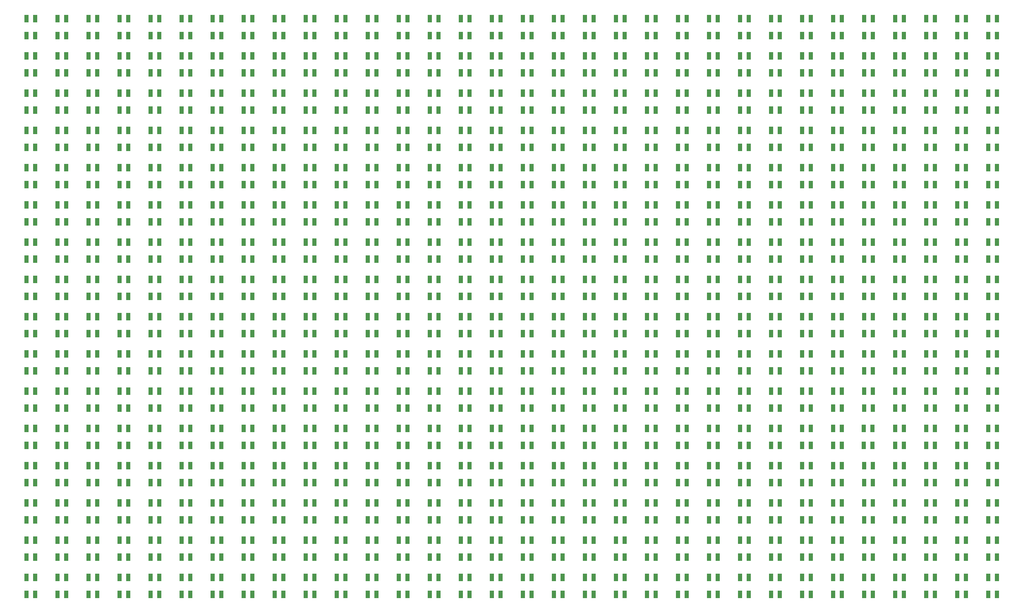
<source format=gbr>
G04 #@! TF.GenerationSoftware,KiCad,Pcbnew,(5.1.5-0-10_14)*
G04 #@! TF.CreationDate,2020-02-16T18:48:00-08:00*
G04 #@! TF.ProjectId,SpectrumAnayzerMini32,53706563-7472-4756-9d41-6e61797a6572,rev?*
G04 #@! TF.SameCoordinates,Original*
G04 #@! TF.FileFunction,Paste,Top*
G04 #@! TF.FilePolarity,Positive*
%FSLAX46Y46*%
G04 Gerber Fmt 4.6, Leading zero omitted, Abs format (unit mm)*
G04 Created by KiCad (PCBNEW (5.1.5-0-10_14)) date 2020-02-16 18:48:00*
%MOMM*%
%LPD*%
G04 APERTURE LIST*
%ADD10R,0.850000X1.600000*%
G04 APERTURE END LIST*
D10*
X235980000Y-148816000D03*
X237730000Y-148816000D03*
X235980000Y-145316000D03*
X237730000Y-145316000D03*
X235980000Y-141196000D03*
X237730000Y-141196000D03*
X235980000Y-137696000D03*
X237730000Y-137696000D03*
X235980000Y-133576000D03*
X237730000Y-133576000D03*
X235980000Y-130076000D03*
X237730000Y-130076000D03*
X235980000Y-125956000D03*
X237730000Y-125956000D03*
X235980000Y-122456000D03*
X237730000Y-122456000D03*
X235980000Y-118336000D03*
X237730000Y-118336000D03*
X235980000Y-114836000D03*
X237730000Y-114836000D03*
X235980000Y-110716000D03*
X237730000Y-110716000D03*
X235980000Y-107216000D03*
X237730000Y-107216000D03*
X235980000Y-103096000D03*
X237730000Y-103096000D03*
X235980000Y-99596000D03*
X237730000Y-99596000D03*
X235980000Y-95476000D03*
X237730000Y-95476000D03*
X235980000Y-91976000D03*
X237730000Y-91976000D03*
X235980000Y-87856000D03*
X237730000Y-87856000D03*
X235980000Y-84356000D03*
X237730000Y-84356000D03*
X235980000Y-80236000D03*
X237730000Y-80236000D03*
X235980000Y-76736000D03*
X237730000Y-76736000D03*
X235980000Y-72616000D03*
X237730000Y-72616000D03*
X235980000Y-69116000D03*
X237730000Y-69116000D03*
X235980000Y-64996000D03*
X237730000Y-64996000D03*
X235980000Y-61496000D03*
X237730000Y-61496000D03*
X235980000Y-57376000D03*
X237730000Y-57376000D03*
X235980000Y-53876000D03*
X237730000Y-53876000D03*
X235980000Y-49756000D03*
X237730000Y-49756000D03*
X235980000Y-46256000D03*
X237730000Y-46256000D03*
X235980000Y-42136000D03*
X237730000Y-42136000D03*
X235980000Y-38636000D03*
X237730000Y-38636000D03*
X235980000Y-34516000D03*
X237730000Y-34516000D03*
X235980000Y-31016000D03*
X237730000Y-31016000D03*
X229630000Y-148816000D03*
X231380000Y-148816000D03*
X229630000Y-145316000D03*
X231380000Y-145316000D03*
X229630000Y-141196000D03*
X231380000Y-141196000D03*
X229630000Y-137696000D03*
X231380000Y-137696000D03*
X229630000Y-133576000D03*
X231380000Y-133576000D03*
X229630000Y-130076000D03*
X231380000Y-130076000D03*
X229630000Y-125956000D03*
X231380000Y-125956000D03*
X229630000Y-122456000D03*
X231380000Y-122456000D03*
X229630000Y-118336000D03*
X231380000Y-118336000D03*
X229630000Y-114836000D03*
X231380000Y-114836000D03*
X229630000Y-110716000D03*
X231380000Y-110716000D03*
X229630000Y-107216000D03*
X231380000Y-107216000D03*
X229630000Y-103096000D03*
X231380000Y-103096000D03*
X229630000Y-99596000D03*
X231380000Y-99596000D03*
X229630000Y-95476000D03*
X231380000Y-95476000D03*
X229630000Y-91976000D03*
X231380000Y-91976000D03*
X229630000Y-87856000D03*
X231380000Y-87856000D03*
X229630000Y-84356000D03*
X231380000Y-84356000D03*
X229630000Y-80236000D03*
X231380000Y-80236000D03*
X229630000Y-76736000D03*
X231380000Y-76736000D03*
X229630000Y-72616000D03*
X231380000Y-72616000D03*
X229630000Y-69116000D03*
X231380000Y-69116000D03*
X229630000Y-64996000D03*
X231380000Y-64996000D03*
X229630000Y-61496000D03*
X231380000Y-61496000D03*
X229630000Y-57376000D03*
X231380000Y-57376000D03*
X229630000Y-53876000D03*
X231380000Y-53876000D03*
X229630000Y-49756000D03*
X231380000Y-49756000D03*
X229630000Y-46256000D03*
X231380000Y-46256000D03*
X229630000Y-42136000D03*
X231380000Y-42136000D03*
X229630000Y-38636000D03*
X231380000Y-38636000D03*
X229630000Y-34516000D03*
X231380000Y-34516000D03*
X229630000Y-31016000D03*
X231380000Y-31016000D03*
X223280000Y-148816000D03*
X225030000Y-148816000D03*
X223280000Y-145316000D03*
X225030000Y-145316000D03*
X223280000Y-141196000D03*
X225030000Y-141196000D03*
X223280000Y-137696000D03*
X225030000Y-137696000D03*
X223280000Y-133576000D03*
X225030000Y-133576000D03*
X223280000Y-130076000D03*
X225030000Y-130076000D03*
X223280000Y-125956000D03*
X225030000Y-125956000D03*
X223280000Y-122456000D03*
X225030000Y-122456000D03*
X223280000Y-118336000D03*
X225030000Y-118336000D03*
X223280000Y-114836000D03*
X225030000Y-114836000D03*
X223280000Y-110716000D03*
X225030000Y-110716000D03*
X223280000Y-107216000D03*
X225030000Y-107216000D03*
X223280000Y-103096000D03*
X225030000Y-103096000D03*
X223280000Y-99596000D03*
X225030000Y-99596000D03*
X223280000Y-95476000D03*
X225030000Y-95476000D03*
X223280000Y-91976000D03*
X225030000Y-91976000D03*
X223280000Y-87856000D03*
X225030000Y-87856000D03*
X223280000Y-84356000D03*
X225030000Y-84356000D03*
X223280000Y-80236000D03*
X225030000Y-80236000D03*
X223280000Y-76736000D03*
X225030000Y-76736000D03*
X223280000Y-72616000D03*
X225030000Y-72616000D03*
X223280000Y-69116000D03*
X225030000Y-69116000D03*
X223280000Y-64996000D03*
X225030000Y-64996000D03*
X223280000Y-61496000D03*
X225030000Y-61496000D03*
X223280000Y-57376000D03*
X225030000Y-57376000D03*
X223280000Y-53876000D03*
X225030000Y-53876000D03*
X223280000Y-49756000D03*
X225030000Y-49756000D03*
X223280000Y-46256000D03*
X225030000Y-46256000D03*
X223280000Y-42136000D03*
X225030000Y-42136000D03*
X223280000Y-38636000D03*
X225030000Y-38636000D03*
X223280000Y-34516000D03*
X225030000Y-34516000D03*
X223280000Y-31016000D03*
X225030000Y-31016000D03*
X216930000Y-148816000D03*
X218680000Y-148816000D03*
X216930000Y-145316000D03*
X218680000Y-145316000D03*
X216930000Y-141196000D03*
X218680000Y-141196000D03*
X216930000Y-137696000D03*
X218680000Y-137696000D03*
X216930000Y-133576000D03*
X218680000Y-133576000D03*
X216930000Y-130076000D03*
X218680000Y-130076000D03*
X216930000Y-125956000D03*
X218680000Y-125956000D03*
X216930000Y-122456000D03*
X218680000Y-122456000D03*
X216930000Y-118336000D03*
X218680000Y-118336000D03*
X216930000Y-114836000D03*
X218680000Y-114836000D03*
X216930000Y-110716000D03*
X218680000Y-110716000D03*
X216930000Y-107216000D03*
X218680000Y-107216000D03*
X216930000Y-103096000D03*
X218680000Y-103096000D03*
X216930000Y-99596000D03*
X218680000Y-99596000D03*
X216930000Y-95476000D03*
X218680000Y-95476000D03*
X216930000Y-91976000D03*
X218680000Y-91976000D03*
X216930000Y-87856000D03*
X218680000Y-87856000D03*
X216930000Y-84356000D03*
X218680000Y-84356000D03*
X216930000Y-80236000D03*
X218680000Y-80236000D03*
X216930000Y-76736000D03*
X218680000Y-76736000D03*
X216930000Y-72616000D03*
X218680000Y-72616000D03*
X216930000Y-69116000D03*
X218680000Y-69116000D03*
X216930000Y-64996000D03*
X218680000Y-64996000D03*
X216930000Y-61496000D03*
X218680000Y-61496000D03*
X216930000Y-57376000D03*
X218680000Y-57376000D03*
X216930000Y-53876000D03*
X218680000Y-53876000D03*
X216930000Y-49756000D03*
X218680000Y-49756000D03*
X216930000Y-46256000D03*
X218680000Y-46256000D03*
X216930000Y-42136000D03*
X218680000Y-42136000D03*
X216930000Y-38636000D03*
X218680000Y-38636000D03*
X216930000Y-34516000D03*
X218680000Y-34516000D03*
X216930000Y-31016000D03*
X218680000Y-31016000D03*
X210580000Y-148816000D03*
X212330000Y-148816000D03*
X210580000Y-145316000D03*
X212330000Y-145316000D03*
X210580000Y-141196000D03*
X212330000Y-141196000D03*
X210580000Y-137696000D03*
X212330000Y-137696000D03*
X210580000Y-133576000D03*
X212330000Y-133576000D03*
X210580000Y-130076000D03*
X212330000Y-130076000D03*
X210580000Y-125956000D03*
X212330000Y-125956000D03*
X210580000Y-122456000D03*
X212330000Y-122456000D03*
X210520000Y-118336000D03*
X212270000Y-118336000D03*
X210520000Y-114836000D03*
X212270000Y-114836000D03*
X210580000Y-110716000D03*
X212330000Y-110716000D03*
X210580000Y-107216000D03*
X212330000Y-107216000D03*
X210580000Y-103096000D03*
X212330000Y-103096000D03*
X210580000Y-99596000D03*
X212330000Y-99596000D03*
X210580000Y-95476000D03*
X212330000Y-95476000D03*
X210580000Y-91976000D03*
X212330000Y-91976000D03*
X210580000Y-87856000D03*
X212330000Y-87856000D03*
X210580000Y-84356000D03*
X212330000Y-84356000D03*
X210580000Y-80236000D03*
X212330000Y-80236000D03*
X210580000Y-76736000D03*
X212330000Y-76736000D03*
X210580000Y-72616000D03*
X212330000Y-72616000D03*
X210580000Y-69116000D03*
X212330000Y-69116000D03*
X210580000Y-64996000D03*
X212330000Y-64996000D03*
X210580000Y-61496000D03*
X212330000Y-61496000D03*
X210580000Y-57376000D03*
X212330000Y-57376000D03*
X210580000Y-53876000D03*
X212330000Y-53876000D03*
X210580000Y-49756000D03*
X212330000Y-49756000D03*
X210580000Y-46256000D03*
X212330000Y-46256000D03*
X210580000Y-42136000D03*
X212330000Y-42136000D03*
X210580000Y-38636000D03*
X212330000Y-38636000D03*
X210580000Y-34516000D03*
X212330000Y-34516000D03*
X210580000Y-31016000D03*
X212330000Y-31016000D03*
X204230000Y-148816000D03*
X205980000Y-148816000D03*
X204230000Y-145316000D03*
X205980000Y-145316000D03*
X204230000Y-141196000D03*
X205980000Y-141196000D03*
X204230000Y-137696000D03*
X205980000Y-137696000D03*
X204230000Y-133576000D03*
X205980000Y-133576000D03*
X204230000Y-130076000D03*
X205980000Y-130076000D03*
X204230000Y-125956000D03*
X205980000Y-125956000D03*
X204230000Y-122456000D03*
X205980000Y-122456000D03*
X204230000Y-118336000D03*
X205980000Y-118336000D03*
X204230000Y-114836000D03*
X205980000Y-114836000D03*
X204230000Y-110716000D03*
X205980000Y-110716000D03*
X204230000Y-107216000D03*
X205980000Y-107216000D03*
X204230000Y-103096000D03*
X205980000Y-103096000D03*
X204230000Y-99596000D03*
X205980000Y-99596000D03*
X204230000Y-95476000D03*
X205980000Y-95476000D03*
X204230000Y-91976000D03*
X205980000Y-91976000D03*
X204230000Y-87856000D03*
X205980000Y-87856000D03*
X204230000Y-84356000D03*
X205980000Y-84356000D03*
X204230000Y-80236000D03*
X205980000Y-80236000D03*
X204230000Y-76736000D03*
X205980000Y-76736000D03*
X204230000Y-72616000D03*
X205980000Y-72616000D03*
X204230000Y-69116000D03*
X205980000Y-69116000D03*
X204230000Y-64996000D03*
X205980000Y-64996000D03*
X204230000Y-61496000D03*
X205980000Y-61496000D03*
X204230000Y-57376000D03*
X205980000Y-57376000D03*
X204230000Y-53876000D03*
X205980000Y-53876000D03*
X204230000Y-49756000D03*
X205980000Y-49756000D03*
X204230000Y-46256000D03*
X205980000Y-46256000D03*
X204230000Y-42136000D03*
X205980000Y-42136000D03*
X204230000Y-38636000D03*
X205980000Y-38636000D03*
X204230000Y-34516000D03*
X205980000Y-34516000D03*
X204230000Y-31016000D03*
X205980000Y-31016000D03*
X197880000Y-148816000D03*
X199630000Y-148816000D03*
X197880000Y-145316000D03*
X199630000Y-145316000D03*
X197880000Y-141196000D03*
X199630000Y-141196000D03*
X197880000Y-137696000D03*
X199630000Y-137696000D03*
X197880000Y-133576000D03*
X199630000Y-133576000D03*
X197880000Y-130076000D03*
X199630000Y-130076000D03*
X197880000Y-125956000D03*
X199630000Y-125956000D03*
X197880000Y-122456000D03*
X199630000Y-122456000D03*
X197880000Y-118336000D03*
X199630000Y-118336000D03*
X197880000Y-114836000D03*
X199630000Y-114836000D03*
X197880000Y-110716000D03*
X199630000Y-110716000D03*
X197880000Y-107216000D03*
X199630000Y-107216000D03*
X197880000Y-103096000D03*
X199630000Y-103096000D03*
X197880000Y-99596000D03*
X199630000Y-99596000D03*
X197880000Y-95476000D03*
X199630000Y-95476000D03*
X197880000Y-91976000D03*
X199630000Y-91976000D03*
X197880000Y-87856000D03*
X199630000Y-87856000D03*
X197880000Y-84356000D03*
X199630000Y-84356000D03*
X197880000Y-80236000D03*
X199630000Y-80236000D03*
X197880000Y-76736000D03*
X199630000Y-76736000D03*
X197880000Y-72616000D03*
X199630000Y-72616000D03*
X197880000Y-69116000D03*
X199630000Y-69116000D03*
X197880000Y-64996000D03*
X199630000Y-64996000D03*
X197880000Y-61496000D03*
X199630000Y-61496000D03*
X197880000Y-57376000D03*
X199630000Y-57376000D03*
X197880000Y-53876000D03*
X199630000Y-53876000D03*
X197880000Y-49756000D03*
X199630000Y-49756000D03*
X197880000Y-46256000D03*
X199630000Y-46256000D03*
X197880000Y-42136000D03*
X199630000Y-42136000D03*
X197880000Y-38636000D03*
X199630000Y-38636000D03*
X197880000Y-34516000D03*
X199630000Y-34516000D03*
X197880000Y-31016000D03*
X199630000Y-31016000D03*
X191530000Y-148816000D03*
X193280000Y-148816000D03*
X191530000Y-145316000D03*
X193280000Y-145316000D03*
X191530000Y-141196000D03*
X193280000Y-141196000D03*
X191530000Y-137696000D03*
X193280000Y-137696000D03*
X191530000Y-133576000D03*
X193280000Y-133576000D03*
X191530000Y-130076000D03*
X193280000Y-130076000D03*
X191530000Y-125956000D03*
X193280000Y-125956000D03*
X191530000Y-122456000D03*
X193280000Y-122456000D03*
X191530000Y-118336000D03*
X193280000Y-118336000D03*
X191530000Y-114836000D03*
X193280000Y-114836000D03*
X191530000Y-110716000D03*
X193280000Y-110716000D03*
X191530000Y-107216000D03*
X193280000Y-107216000D03*
X191530000Y-103096000D03*
X193280000Y-103096000D03*
X191530000Y-99596000D03*
X193280000Y-99596000D03*
X191530000Y-95476000D03*
X193280000Y-95476000D03*
X191530000Y-91976000D03*
X193280000Y-91976000D03*
X191530000Y-87856000D03*
X193280000Y-87856000D03*
X191530000Y-84356000D03*
X193280000Y-84356000D03*
X191530000Y-80236000D03*
X193280000Y-80236000D03*
X191530000Y-76736000D03*
X193280000Y-76736000D03*
X191530000Y-72616000D03*
X193280000Y-72616000D03*
X191530000Y-69116000D03*
X193280000Y-69116000D03*
X191530000Y-64996000D03*
X193280000Y-64996000D03*
X191530000Y-61496000D03*
X193280000Y-61496000D03*
X191530000Y-57376000D03*
X193280000Y-57376000D03*
X191530000Y-53876000D03*
X193280000Y-53876000D03*
X191530000Y-49756000D03*
X193280000Y-49756000D03*
X191530000Y-46256000D03*
X193280000Y-46256000D03*
X191530000Y-42136000D03*
X193280000Y-42136000D03*
X191530000Y-38636000D03*
X193280000Y-38636000D03*
X191530000Y-34516000D03*
X193280000Y-34516000D03*
X191530000Y-31016000D03*
X193280000Y-31016000D03*
X185180000Y-148816000D03*
X186930000Y-148816000D03*
X185180000Y-145316000D03*
X186930000Y-145316000D03*
X185180000Y-141196000D03*
X186930000Y-141196000D03*
X185180000Y-137696000D03*
X186930000Y-137696000D03*
X185180000Y-133576000D03*
X186930000Y-133576000D03*
X185180000Y-130076000D03*
X186930000Y-130076000D03*
X185180000Y-125956000D03*
X186930000Y-125956000D03*
X185180000Y-122456000D03*
X186930000Y-122456000D03*
X185180000Y-118336000D03*
X186930000Y-118336000D03*
X185180000Y-114836000D03*
X186930000Y-114836000D03*
X185180000Y-110716000D03*
X186930000Y-110716000D03*
X185180000Y-107216000D03*
X186930000Y-107216000D03*
X185180000Y-103096000D03*
X186930000Y-103096000D03*
X185180000Y-99596000D03*
X186930000Y-99596000D03*
X185180000Y-95476000D03*
X186930000Y-95476000D03*
X185180000Y-91976000D03*
X186930000Y-91976000D03*
X185180000Y-87856000D03*
X186930000Y-87856000D03*
X185180000Y-84356000D03*
X186930000Y-84356000D03*
X185180000Y-80236000D03*
X186930000Y-80236000D03*
X185180000Y-76736000D03*
X186930000Y-76736000D03*
X185180000Y-72616000D03*
X186930000Y-72616000D03*
X185180000Y-69116000D03*
X186930000Y-69116000D03*
X185180000Y-64996000D03*
X186930000Y-64996000D03*
X185180000Y-61496000D03*
X186930000Y-61496000D03*
X185180000Y-57376000D03*
X186930000Y-57376000D03*
X185180000Y-53876000D03*
X186930000Y-53876000D03*
X185180000Y-49756000D03*
X186930000Y-49756000D03*
X185180000Y-46256000D03*
X186930000Y-46256000D03*
X185180000Y-42136000D03*
X186930000Y-42136000D03*
X185180000Y-38636000D03*
X186930000Y-38636000D03*
X185180000Y-34516000D03*
X186930000Y-34516000D03*
X185180000Y-31016000D03*
X186930000Y-31016000D03*
X178830000Y-148816000D03*
X180580000Y-148816000D03*
X178830000Y-145316000D03*
X180580000Y-145316000D03*
X178830000Y-141196000D03*
X180580000Y-141196000D03*
X178830000Y-137696000D03*
X180580000Y-137696000D03*
X178830000Y-133576000D03*
X180580000Y-133576000D03*
X178830000Y-130076000D03*
X180580000Y-130076000D03*
X178830000Y-125956000D03*
X180580000Y-125956000D03*
X178830000Y-122456000D03*
X180580000Y-122456000D03*
X178830000Y-118336000D03*
X180580000Y-118336000D03*
X178830000Y-114836000D03*
X180580000Y-114836000D03*
X178830000Y-110716000D03*
X180580000Y-110716000D03*
X178830000Y-107216000D03*
X180580000Y-107216000D03*
X178830000Y-103096000D03*
X180580000Y-103096000D03*
X178830000Y-99596000D03*
X180580000Y-99596000D03*
X178830000Y-95476000D03*
X180580000Y-95476000D03*
X178830000Y-91976000D03*
X180580000Y-91976000D03*
X178830000Y-87856000D03*
X180580000Y-87856000D03*
X178830000Y-84356000D03*
X180580000Y-84356000D03*
X178830000Y-80236000D03*
X180580000Y-80236000D03*
X178830000Y-76736000D03*
X180580000Y-76736000D03*
X178830000Y-72616000D03*
X180580000Y-72616000D03*
X178830000Y-69116000D03*
X180580000Y-69116000D03*
X178830000Y-64996000D03*
X180580000Y-64996000D03*
X178830000Y-61496000D03*
X180580000Y-61496000D03*
X178830000Y-57376000D03*
X180580000Y-57376000D03*
X178830000Y-53876000D03*
X180580000Y-53876000D03*
X178830000Y-49756000D03*
X180580000Y-49756000D03*
X178830000Y-46256000D03*
X180580000Y-46256000D03*
X178830000Y-42136000D03*
X180580000Y-42136000D03*
X178830000Y-38636000D03*
X180580000Y-38636000D03*
X178830000Y-34516000D03*
X180580000Y-34516000D03*
X178830000Y-31016000D03*
X180580000Y-31016000D03*
X172480000Y-148816000D03*
X174230000Y-148816000D03*
X172480000Y-145316000D03*
X174230000Y-145316000D03*
X172480000Y-141196000D03*
X174230000Y-141196000D03*
X172480000Y-137696000D03*
X174230000Y-137696000D03*
X172480000Y-133576000D03*
X174230000Y-133576000D03*
X172480000Y-130076000D03*
X174230000Y-130076000D03*
X172480000Y-125956000D03*
X174230000Y-125956000D03*
X172480000Y-122456000D03*
X174230000Y-122456000D03*
X172480000Y-118336000D03*
X174230000Y-118336000D03*
X172480000Y-114836000D03*
X174230000Y-114836000D03*
X172480000Y-110716000D03*
X174230000Y-110716000D03*
X172480000Y-107216000D03*
X174230000Y-107216000D03*
X172480000Y-103096000D03*
X174230000Y-103096000D03*
X172480000Y-99596000D03*
X174230000Y-99596000D03*
X172480000Y-95476000D03*
X174230000Y-95476000D03*
X172480000Y-91976000D03*
X174230000Y-91976000D03*
X172480000Y-87856000D03*
X174230000Y-87856000D03*
X172480000Y-84356000D03*
X174230000Y-84356000D03*
X172480000Y-80236000D03*
X174230000Y-80236000D03*
X172480000Y-76736000D03*
X174230000Y-76736000D03*
X172480000Y-72616000D03*
X174230000Y-72616000D03*
X172480000Y-69116000D03*
X174230000Y-69116000D03*
X172480000Y-64996000D03*
X174230000Y-64996000D03*
X172480000Y-61496000D03*
X174230000Y-61496000D03*
X172480000Y-57376000D03*
X174230000Y-57376000D03*
X172480000Y-53876000D03*
X174230000Y-53876000D03*
X172480000Y-49756000D03*
X174230000Y-49756000D03*
X172480000Y-46256000D03*
X174230000Y-46256000D03*
X172480000Y-42136000D03*
X174230000Y-42136000D03*
X172480000Y-38636000D03*
X174230000Y-38636000D03*
X172480000Y-34516000D03*
X174230000Y-34516000D03*
X172480000Y-31016000D03*
X174230000Y-31016000D03*
X166130000Y-148816000D03*
X167880000Y-148816000D03*
X166130000Y-145316000D03*
X167880000Y-145316000D03*
X166130000Y-141196000D03*
X167880000Y-141196000D03*
X166130000Y-137696000D03*
X167880000Y-137696000D03*
X166130000Y-133576000D03*
X167880000Y-133576000D03*
X166130000Y-130076000D03*
X167880000Y-130076000D03*
X166130000Y-125956000D03*
X167880000Y-125956000D03*
X166130000Y-122456000D03*
X167880000Y-122456000D03*
X166130000Y-118336000D03*
X167880000Y-118336000D03*
X166130000Y-114836000D03*
X167880000Y-114836000D03*
X166130000Y-110716000D03*
X167880000Y-110716000D03*
X166130000Y-107216000D03*
X167880000Y-107216000D03*
X166130000Y-103096000D03*
X167880000Y-103096000D03*
X166130000Y-99596000D03*
X167880000Y-99596000D03*
X166130000Y-95476000D03*
X167880000Y-95476000D03*
X166130000Y-91976000D03*
X167880000Y-91976000D03*
X166130000Y-87856000D03*
X167880000Y-87856000D03*
X166130000Y-84356000D03*
X167880000Y-84356000D03*
X166130000Y-80236000D03*
X167880000Y-80236000D03*
X166130000Y-76736000D03*
X167880000Y-76736000D03*
X166130000Y-72616000D03*
X167880000Y-72616000D03*
X166130000Y-69116000D03*
X167880000Y-69116000D03*
X166130000Y-64996000D03*
X167880000Y-64996000D03*
X166130000Y-61496000D03*
X167880000Y-61496000D03*
X166130000Y-57376000D03*
X167880000Y-57376000D03*
X166130000Y-53876000D03*
X167880000Y-53876000D03*
X166130000Y-49756000D03*
X167880000Y-49756000D03*
X166130000Y-46256000D03*
X167880000Y-46256000D03*
X166130000Y-42136000D03*
X167880000Y-42136000D03*
X166130000Y-38636000D03*
X167880000Y-38636000D03*
X166130000Y-34516000D03*
X167880000Y-34516000D03*
X166130000Y-31016000D03*
X167880000Y-31016000D03*
X159780000Y-148816000D03*
X161530000Y-148816000D03*
X159780000Y-145316000D03*
X161530000Y-145316000D03*
X159780000Y-141196000D03*
X161530000Y-141196000D03*
X159780000Y-137696000D03*
X161530000Y-137696000D03*
X159780000Y-133576000D03*
X161530000Y-133576000D03*
X159780000Y-130076000D03*
X161530000Y-130076000D03*
X159780000Y-125956000D03*
X161530000Y-125956000D03*
X159780000Y-122456000D03*
X161530000Y-122456000D03*
X159780000Y-118336000D03*
X161530000Y-118336000D03*
X159780000Y-114836000D03*
X161530000Y-114836000D03*
X159780000Y-110716000D03*
X161530000Y-110716000D03*
X159780000Y-107216000D03*
X161530000Y-107216000D03*
X159780000Y-103096000D03*
X161530000Y-103096000D03*
X159780000Y-99596000D03*
X161530000Y-99596000D03*
X159780000Y-95476000D03*
X161530000Y-95476000D03*
X159780000Y-91976000D03*
X161530000Y-91976000D03*
X159780000Y-87856000D03*
X161530000Y-87856000D03*
X159780000Y-84356000D03*
X161530000Y-84356000D03*
X159780000Y-80236000D03*
X161530000Y-80236000D03*
X159780000Y-76736000D03*
X161530000Y-76736000D03*
X159780000Y-72616000D03*
X161530000Y-72616000D03*
X159780000Y-69116000D03*
X161530000Y-69116000D03*
X159780000Y-64996000D03*
X161530000Y-64996000D03*
X159780000Y-61496000D03*
X161530000Y-61496000D03*
X159780000Y-57376000D03*
X161530000Y-57376000D03*
X159780000Y-53876000D03*
X161530000Y-53876000D03*
X159780000Y-49756000D03*
X161530000Y-49756000D03*
X159780000Y-46256000D03*
X161530000Y-46256000D03*
X159780000Y-42136000D03*
X161530000Y-42136000D03*
X159780000Y-38636000D03*
X161530000Y-38636000D03*
X159780000Y-34516000D03*
X161530000Y-34516000D03*
X159780000Y-31016000D03*
X161530000Y-31016000D03*
X153430000Y-148816000D03*
X155180000Y-148816000D03*
X153430000Y-145316000D03*
X155180000Y-145316000D03*
X153430000Y-141196000D03*
X155180000Y-141196000D03*
X153430000Y-137696000D03*
X155180000Y-137696000D03*
X153430000Y-133576000D03*
X155180000Y-133576000D03*
X153430000Y-130076000D03*
X155180000Y-130076000D03*
X153430000Y-125956000D03*
X155180000Y-125956000D03*
X153430000Y-122456000D03*
X155180000Y-122456000D03*
X153430000Y-118336000D03*
X155180000Y-118336000D03*
X153430000Y-114836000D03*
X155180000Y-114836000D03*
X153430000Y-110716000D03*
X155180000Y-110716000D03*
X153430000Y-107216000D03*
X155180000Y-107216000D03*
X153430000Y-103096000D03*
X155180000Y-103096000D03*
X153430000Y-99596000D03*
X155180000Y-99596000D03*
X153430000Y-95476000D03*
X155180000Y-95476000D03*
X153430000Y-91976000D03*
X155180000Y-91976000D03*
X153430000Y-87856000D03*
X155180000Y-87856000D03*
X153430000Y-84356000D03*
X155180000Y-84356000D03*
X153430000Y-80236000D03*
X155180000Y-80236000D03*
X153430000Y-76736000D03*
X155180000Y-76736000D03*
X153430000Y-72616000D03*
X155180000Y-72616000D03*
X153430000Y-69116000D03*
X155180000Y-69116000D03*
X153430000Y-64996000D03*
X155180000Y-64996000D03*
X153430000Y-61496000D03*
X155180000Y-61496000D03*
X153430000Y-57376000D03*
X155180000Y-57376000D03*
X153430000Y-53876000D03*
X155180000Y-53876000D03*
X153430000Y-49756000D03*
X155180000Y-49756000D03*
X153430000Y-46256000D03*
X155180000Y-46256000D03*
X153430000Y-42136000D03*
X155180000Y-42136000D03*
X153430000Y-38636000D03*
X155180000Y-38636000D03*
X153430000Y-34516000D03*
X155180000Y-34516000D03*
X153430000Y-31016000D03*
X155180000Y-31016000D03*
X147080000Y-148816000D03*
X148830000Y-148816000D03*
X147080000Y-145316000D03*
X148830000Y-145316000D03*
X147080000Y-141196000D03*
X148830000Y-141196000D03*
X147080000Y-137696000D03*
X148830000Y-137696000D03*
X147080000Y-133576000D03*
X148830000Y-133576000D03*
X147080000Y-130076000D03*
X148830000Y-130076000D03*
X147080000Y-125956000D03*
X148830000Y-125956000D03*
X147080000Y-122456000D03*
X148830000Y-122456000D03*
X147080000Y-118336000D03*
X148830000Y-118336000D03*
X147080000Y-114836000D03*
X148830000Y-114836000D03*
X147080000Y-110716000D03*
X148830000Y-110716000D03*
X147080000Y-107216000D03*
X148830000Y-107216000D03*
X147080000Y-103096000D03*
X148830000Y-103096000D03*
X147080000Y-99596000D03*
X148830000Y-99596000D03*
X147080000Y-95476000D03*
X148830000Y-95476000D03*
X147080000Y-91976000D03*
X148830000Y-91976000D03*
X147080000Y-87856000D03*
X148830000Y-87856000D03*
X147080000Y-84356000D03*
X148830000Y-84356000D03*
X147080000Y-80236000D03*
X148830000Y-80236000D03*
X147080000Y-76736000D03*
X148830000Y-76736000D03*
X147080000Y-72616000D03*
X148830000Y-72616000D03*
X147080000Y-69116000D03*
X148830000Y-69116000D03*
X147080000Y-64996000D03*
X148830000Y-64996000D03*
X147080000Y-61496000D03*
X148830000Y-61496000D03*
X147080000Y-57376000D03*
X148830000Y-57376000D03*
X147080000Y-53876000D03*
X148830000Y-53876000D03*
X147080000Y-49756000D03*
X148830000Y-49756000D03*
X147080000Y-46256000D03*
X148830000Y-46256000D03*
X147080000Y-42136000D03*
X148830000Y-42136000D03*
X147080000Y-38636000D03*
X148830000Y-38636000D03*
X147080000Y-34516000D03*
X148830000Y-34516000D03*
X147080000Y-31016000D03*
X148830000Y-31016000D03*
X140730000Y-148816000D03*
X142480000Y-148816000D03*
X140730000Y-145316000D03*
X142480000Y-145316000D03*
X140730000Y-141196000D03*
X142480000Y-141196000D03*
X140730000Y-137696000D03*
X142480000Y-137696000D03*
X140730000Y-133576000D03*
X142480000Y-133576000D03*
X140730000Y-130076000D03*
X142480000Y-130076000D03*
X140730000Y-125956000D03*
X142480000Y-125956000D03*
X140730000Y-122456000D03*
X142480000Y-122456000D03*
X140730000Y-118336000D03*
X142480000Y-118336000D03*
X140730000Y-114836000D03*
X142480000Y-114836000D03*
X140730000Y-110716000D03*
X142480000Y-110716000D03*
X140730000Y-107216000D03*
X142480000Y-107216000D03*
X140730000Y-103096000D03*
X142480000Y-103096000D03*
X140730000Y-99596000D03*
X142480000Y-99596000D03*
X140730000Y-95476000D03*
X142480000Y-95476000D03*
X140730000Y-91976000D03*
X142480000Y-91976000D03*
X140730000Y-87856000D03*
X142480000Y-87856000D03*
X140730000Y-84356000D03*
X142480000Y-84356000D03*
X140730000Y-80236000D03*
X142480000Y-80236000D03*
X140730000Y-76736000D03*
X142480000Y-76736000D03*
X140730000Y-72616000D03*
X142480000Y-72616000D03*
X140730000Y-69116000D03*
X142480000Y-69116000D03*
X140730000Y-64996000D03*
X142480000Y-64996000D03*
X140730000Y-61496000D03*
X142480000Y-61496000D03*
X140730000Y-57376000D03*
X142480000Y-57376000D03*
X140730000Y-53876000D03*
X142480000Y-53876000D03*
X140730000Y-49756000D03*
X142480000Y-49756000D03*
X140730000Y-46256000D03*
X142480000Y-46256000D03*
X140730000Y-42136000D03*
X142480000Y-42136000D03*
X140730000Y-38636000D03*
X142480000Y-38636000D03*
X140730000Y-34516000D03*
X142480000Y-34516000D03*
X140730000Y-31016000D03*
X142480000Y-31016000D03*
X134380000Y-148816000D03*
X136130000Y-148816000D03*
X134380000Y-145316000D03*
X136130000Y-145316000D03*
X134380000Y-141196000D03*
X136130000Y-141196000D03*
X134380000Y-137696000D03*
X136130000Y-137696000D03*
X134380000Y-133576000D03*
X136130000Y-133576000D03*
X134380000Y-130076000D03*
X136130000Y-130076000D03*
X134380000Y-125956000D03*
X136130000Y-125956000D03*
X134380000Y-122456000D03*
X136130000Y-122456000D03*
X134380000Y-118336000D03*
X136130000Y-118336000D03*
X134380000Y-114836000D03*
X136130000Y-114836000D03*
X134380000Y-110716000D03*
X136130000Y-110716000D03*
X134380000Y-107216000D03*
X136130000Y-107216000D03*
X134380000Y-103096000D03*
X136130000Y-103096000D03*
X134380000Y-99596000D03*
X136130000Y-99596000D03*
X134380000Y-95476000D03*
X136130000Y-95476000D03*
X134380000Y-91976000D03*
X136130000Y-91976000D03*
X134380000Y-87856000D03*
X136130000Y-87856000D03*
X134380000Y-84356000D03*
X136130000Y-84356000D03*
X134380000Y-80236000D03*
X136130000Y-80236000D03*
X134380000Y-76736000D03*
X136130000Y-76736000D03*
X134380000Y-72616000D03*
X136130000Y-72616000D03*
X134380000Y-69116000D03*
X136130000Y-69116000D03*
X134380000Y-64996000D03*
X136130000Y-64996000D03*
X134380000Y-61496000D03*
X136130000Y-61496000D03*
X134380000Y-57376000D03*
X136130000Y-57376000D03*
X134380000Y-53876000D03*
X136130000Y-53876000D03*
X134380000Y-49756000D03*
X136130000Y-49756000D03*
X134380000Y-46256000D03*
X136130000Y-46256000D03*
X134380000Y-42136000D03*
X136130000Y-42136000D03*
X134380000Y-38636000D03*
X136130000Y-38636000D03*
X134380000Y-34516000D03*
X136130000Y-34516000D03*
X134380000Y-31016000D03*
X136130000Y-31016000D03*
X128030000Y-148816000D03*
X129780000Y-148816000D03*
X128030000Y-145316000D03*
X129780000Y-145316000D03*
X128030000Y-141196000D03*
X129780000Y-141196000D03*
X128030000Y-137696000D03*
X129780000Y-137696000D03*
X128030000Y-133576000D03*
X129780000Y-133576000D03*
X128030000Y-130076000D03*
X129780000Y-130076000D03*
X128030000Y-125956000D03*
X129780000Y-125956000D03*
X128030000Y-122456000D03*
X129780000Y-122456000D03*
X128030000Y-118336000D03*
X129780000Y-118336000D03*
X128030000Y-114836000D03*
X129780000Y-114836000D03*
X128030000Y-110716000D03*
X129780000Y-110716000D03*
X128030000Y-107216000D03*
X129780000Y-107216000D03*
X128030000Y-103096000D03*
X129780000Y-103096000D03*
X128030000Y-99596000D03*
X129780000Y-99596000D03*
X128030000Y-95476000D03*
X129780000Y-95476000D03*
X128030000Y-91976000D03*
X129780000Y-91976000D03*
X128030000Y-87856000D03*
X129780000Y-87856000D03*
X128030000Y-84356000D03*
X129780000Y-84356000D03*
X128030000Y-80236000D03*
X129780000Y-80236000D03*
X128030000Y-76736000D03*
X129780000Y-76736000D03*
X128030000Y-72616000D03*
X129780000Y-72616000D03*
X128030000Y-69116000D03*
X129780000Y-69116000D03*
X128030000Y-64996000D03*
X129780000Y-64996000D03*
X128030000Y-61496000D03*
X129780000Y-61496000D03*
X128030000Y-57376000D03*
X129780000Y-57376000D03*
X128030000Y-53876000D03*
X129780000Y-53876000D03*
X128030000Y-49756000D03*
X129780000Y-49756000D03*
X128030000Y-46256000D03*
X129780000Y-46256000D03*
X128030000Y-42136000D03*
X129780000Y-42136000D03*
X128030000Y-38636000D03*
X129780000Y-38636000D03*
X128030000Y-34516000D03*
X129780000Y-34516000D03*
X128030000Y-31016000D03*
X129780000Y-31016000D03*
X121680000Y-148816000D03*
X123430000Y-148816000D03*
X121680000Y-145316000D03*
X123430000Y-145316000D03*
X121680000Y-141196000D03*
X123430000Y-141196000D03*
X121680000Y-137696000D03*
X123430000Y-137696000D03*
X121680000Y-133576000D03*
X123430000Y-133576000D03*
X121680000Y-130076000D03*
X123430000Y-130076000D03*
X121680000Y-125956000D03*
X123430000Y-125956000D03*
X121680000Y-122456000D03*
X123430000Y-122456000D03*
X121680000Y-118336000D03*
X123430000Y-118336000D03*
X121680000Y-114836000D03*
X123430000Y-114836000D03*
X121680000Y-110716000D03*
X123430000Y-110716000D03*
X121680000Y-107216000D03*
X123430000Y-107216000D03*
X121680000Y-103096000D03*
X123430000Y-103096000D03*
X121680000Y-99596000D03*
X123430000Y-99596000D03*
X121680000Y-95476000D03*
X123430000Y-95476000D03*
X121680000Y-91976000D03*
X123430000Y-91976000D03*
X121680000Y-87856000D03*
X123430000Y-87856000D03*
X121680000Y-84356000D03*
X123430000Y-84356000D03*
X121680000Y-80236000D03*
X123430000Y-80236000D03*
X121680000Y-76736000D03*
X123430000Y-76736000D03*
X121680000Y-72616000D03*
X123430000Y-72616000D03*
X121680000Y-69116000D03*
X123430000Y-69116000D03*
X121680000Y-64996000D03*
X123430000Y-64996000D03*
X121680000Y-61496000D03*
X123430000Y-61496000D03*
X121680000Y-57376000D03*
X123430000Y-57376000D03*
X121680000Y-53876000D03*
X123430000Y-53876000D03*
X121680000Y-49756000D03*
X123430000Y-49756000D03*
X121680000Y-46256000D03*
X123430000Y-46256000D03*
X121680000Y-42136000D03*
X123430000Y-42136000D03*
X121680000Y-38636000D03*
X123430000Y-38636000D03*
X121680000Y-34516000D03*
X123430000Y-34516000D03*
X121680000Y-31016000D03*
X123430000Y-31016000D03*
X115330000Y-148816000D03*
X117080000Y-148816000D03*
X115330000Y-145316000D03*
X117080000Y-145316000D03*
X115330000Y-141196000D03*
X117080000Y-141196000D03*
X115330000Y-137696000D03*
X117080000Y-137696000D03*
X115330000Y-133576000D03*
X117080000Y-133576000D03*
X115330000Y-130076000D03*
X117080000Y-130076000D03*
X115330000Y-125956000D03*
X117080000Y-125956000D03*
X115330000Y-122456000D03*
X117080000Y-122456000D03*
X115330000Y-118336000D03*
X117080000Y-118336000D03*
X115330000Y-114836000D03*
X117080000Y-114836000D03*
X115330000Y-110716000D03*
X117080000Y-110716000D03*
X115330000Y-107216000D03*
X117080000Y-107216000D03*
X115330000Y-103096000D03*
X117080000Y-103096000D03*
X115330000Y-99596000D03*
X117080000Y-99596000D03*
X115330000Y-95476000D03*
X117080000Y-95476000D03*
X115330000Y-91976000D03*
X117080000Y-91976000D03*
X115330000Y-87856000D03*
X117080000Y-87856000D03*
X115330000Y-84356000D03*
X117080000Y-84356000D03*
X115330000Y-80236000D03*
X117080000Y-80236000D03*
X115330000Y-76736000D03*
X117080000Y-76736000D03*
X115330000Y-72616000D03*
X117080000Y-72616000D03*
X115330000Y-69116000D03*
X117080000Y-69116000D03*
X115330000Y-64996000D03*
X117080000Y-64996000D03*
X115330000Y-61496000D03*
X117080000Y-61496000D03*
X115330000Y-57376000D03*
X117080000Y-57376000D03*
X115330000Y-53876000D03*
X117080000Y-53876000D03*
X115330000Y-49756000D03*
X117080000Y-49756000D03*
X115330000Y-46256000D03*
X117080000Y-46256000D03*
X115330000Y-42136000D03*
X117080000Y-42136000D03*
X115330000Y-38636000D03*
X117080000Y-38636000D03*
X115330000Y-34516000D03*
X117080000Y-34516000D03*
X115330000Y-31016000D03*
X117080000Y-31016000D03*
X108980000Y-148816000D03*
X110730000Y-148816000D03*
X108980000Y-145316000D03*
X110730000Y-145316000D03*
X108980000Y-141196000D03*
X110730000Y-141196000D03*
X108980000Y-137696000D03*
X110730000Y-137696000D03*
X108980000Y-133576000D03*
X110730000Y-133576000D03*
X108980000Y-130076000D03*
X110730000Y-130076000D03*
X108980000Y-125956000D03*
X110730000Y-125956000D03*
X108980000Y-122456000D03*
X110730000Y-122456000D03*
X108980000Y-118336000D03*
X110730000Y-118336000D03*
X108980000Y-114836000D03*
X110730000Y-114836000D03*
X108980000Y-110716000D03*
X110730000Y-110716000D03*
X108980000Y-107216000D03*
X110730000Y-107216000D03*
X108980000Y-103096000D03*
X110730000Y-103096000D03*
X108980000Y-99596000D03*
X110730000Y-99596000D03*
X108980000Y-95476000D03*
X110730000Y-95476000D03*
X108980000Y-91976000D03*
X110730000Y-91976000D03*
X108980000Y-87856000D03*
X110730000Y-87856000D03*
X108980000Y-84356000D03*
X110730000Y-84356000D03*
X108980000Y-80236000D03*
X110730000Y-80236000D03*
X108980000Y-76736000D03*
X110730000Y-76736000D03*
X108980000Y-72616000D03*
X110730000Y-72616000D03*
X108980000Y-69116000D03*
X110730000Y-69116000D03*
X108980000Y-64996000D03*
X110730000Y-64996000D03*
X108980000Y-61496000D03*
X110730000Y-61496000D03*
X108980000Y-57376000D03*
X110730000Y-57376000D03*
X108980000Y-53876000D03*
X110730000Y-53876000D03*
X108980000Y-49756000D03*
X110730000Y-49756000D03*
X108980000Y-46256000D03*
X110730000Y-46256000D03*
X108980000Y-42136000D03*
X110730000Y-42136000D03*
X108980000Y-38636000D03*
X110730000Y-38636000D03*
X108980000Y-34516000D03*
X110730000Y-34516000D03*
X108980000Y-31016000D03*
X110730000Y-31016000D03*
X102630000Y-148816000D03*
X104380000Y-148816000D03*
X102630000Y-145316000D03*
X104380000Y-145316000D03*
X102630000Y-141196000D03*
X104380000Y-141196000D03*
X102630000Y-137696000D03*
X104380000Y-137696000D03*
X102630000Y-133576000D03*
X104380000Y-133576000D03*
X102630000Y-130076000D03*
X104380000Y-130076000D03*
X102630000Y-125956000D03*
X104380000Y-125956000D03*
X102630000Y-122456000D03*
X104380000Y-122456000D03*
X102630000Y-118336000D03*
X104380000Y-118336000D03*
X102630000Y-114836000D03*
X104380000Y-114836000D03*
X102630000Y-110716000D03*
X104380000Y-110716000D03*
X102630000Y-107216000D03*
X104380000Y-107216000D03*
X102630000Y-103096000D03*
X104380000Y-103096000D03*
X102630000Y-99596000D03*
X104380000Y-99596000D03*
X102630000Y-95476000D03*
X104380000Y-95476000D03*
X102630000Y-91976000D03*
X104380000Y-91976000D03*
X102630000Y-87856000D03*
X104380000Y-87856000D03*
X102630000Y-84356000D03*
X104380000Y-84356000D03*
X102630000Y-80236000D03*
X104380000Y-80236000D03*
X102630000Y-76736000D03*
X104380000Y-76736000D03*
X102630000Y-72616000D03*
X104380000Y-72616000D03*
X102630000Y-69116000D03*
X104380000Y-69116000D03*
X102630000Y-64996000D03*
X104380000Y-64996000D03*
X102630000Y-61496000D03*
X104380000Y-61496000D03*
X102630000Y-57376000D03*
X104380000Y-57376000D03*
X102630000Y-53876000D03*
X104380000Y-53876000D03*
X102630000Y-49756000D03*
X104380000Y-49756000D03*
X102630000Y-46256000D03*
X104380000Y-46256000D03*
X102630000Y-42136000D03*
X104380000Y-42136000D03*
X102630000Y-38636000D03*
X104380000Y-38636000D03*
X102630000Y-34516000D03*
X104380000Y-34516000D03*
X102630000Y-31016000D03*
X104380000Y-31016000D03*
X96280000Y-148816000D03*
X98030000Y-148816000D03*
X96280000Y-145316000D03*
X98030000Y-145316000D03*
X96280000Y-141196000D03*
X98030000Y-141196000D03*
X96280000Y-137696000D03*
X98030000Y-137696000D03*
X96280000Y-133576000D03*
X98030000Y-133576000D03*
X96280000Y-130076000D03*
X98030000Y-130076000D03*
X96280000Y-125956000D03*
X98030000Y-125956000D03*
X96280000Y-122456000D03*
X98030000Y-122456000D03*
X96280000Y-118336000D03*
X98030000Y-118336000D03*
X96280000Y-114836000D03*
X98030000Y-114836000D03*
X96280000Y-110716000D03*
X98030000Y-110716000D03*
X96280000Y-107216000D03*
X98030000Y-107216000D03*
X96280000Y-103096000D03*
X98030000Y-103096000D03*
X96280000Y-99596000D03*
X98030000Y-99596000D03*
X96280000Y-95476000D03*
X98030000Y-95476000D03*
X96280000Y-91976000D03*
X98030000Y-91976000D03*
X96280000Y-87856000D03*
X98030000Y-87856000D03*
X96280000Y-84356000D03*
X98030000Y-84356000D03*
X96280000Y-80236000D03*
X98030000Y-80236000D03*
X96280000Y-76736000D03*
X98030000Y-76736000D03*
X96280000Y-72616000D03*
X98030000Y-72616000D03*
X96280000Y-69116000D03*
X98030000Y-69116000D03*
X96280000Y-64996000D03*
X98030000Y-64996000D03*
X96280000Y-61496000D03*
X98030000Y-61496000D03*
X96280000Y-57376000D03*
X98030000Y-57376000D03*
X96280000Y-53876000D03*
X98030000Y-53876000D03*
X96280000Y-49756000D03*
X98030000Y-49756000D03*
X96280000Y-46256000D03*
X98030000Y-46256000D03*
X96280000Y-42136000D03*
X98030000Y-42136000D03*
X96280000Y-38636000D03*
X98030000Y-38636000D03*
X96280000Y-34516000D03*
X98030000Y-34516000D03*
X96280000Y-31016000D03*
X98030000Y-31016000D03*
X89930000Y-148816000D03*
X91680000Y-148816000D03*
X89930000Y-145316000D03*
X91680000Y-145316000D03*
X89930000Y-141196000D03*
X91680000Y-141196000D03*
X89930000Y-137696000D03*
X91680000Y-137696000D03*
X89930000Y-133576000D03*
X91680000Y-133576000D03*
X89930000Y-130076000D03*
X91680000Y-130076000D03*
X89930000Y-125956000D03*
X91680000Y-125956000D03*
X89930000Y-122456000D03*
X91680000Y-122456000D03*
X89930000Y-118336000D03*
X91680000Y-118336000D03*
X89930000Y-114836000D03*
X91680000Y-114836000D03*
X89930000Y-110716000D03*
X91680000Y-110716000D03*
X89930000Y-107216000D03*
X91680000Y-107216000D03*
X89930000Y-103096000D03*
X91680000Y-103096000D03*
X89930000Y-99596000D03*
X91680000Y-99596000D03*
X89930000Y-95476000D03*
X91680000Y-95476000D03*
X89930000Y-91976000D03*
X91680000Y-91976000D03*
X89930000Y-87856000D03*
X91680000Y-87856000D03*
X89930000Y-84356000D03*
X91680000Y-84356000D03*
X89930000Y-80236000D03*
X91680000Y-80236000D03*
X89930000Y-76736000D03*
X91680000Y-76736000D03*
X89930000Y-72616000D03*
X91680000Y-72616000D03*
X89930000Y-69116000D03*
X91680000Y-69116000D03*
X89930000Y-64996000D03*
X91680000Y-64996000D03*
X89930000Y-61496000D03*
X91680000Y-61496000D03*
X89930000Y-57376000D03*
X91680000Y-57376000D03*
X89930000Y-53876000D03*
X91680000Y-53876000D03*
X89930000Y-49756000D03*
X91680000Y-49756000D03*
X89930000Y-46256000D03*
X91680000Y-46256000D03*
X89930000Y-42136000D03*
X91680000Y-42136000D03*
X89930000Y-38636000D03*
X91680000Y-38636000D03*
X89930000Y-34516000D03*
X91680000Y-34516000D03*
X89930000Y-31016000D03*
X91680000Y-31016000D03*
X83580000Y-148816000D03*
X85330000Y-148816000D03*
X83580000Y-145316000D03*
X85330000Y-145316000D03*
X83580000Y-141196000D03*
X85330000Y-141196000D03*
X83580000Y-137696000D03*
X85330000Y-137696000D03*
X83580000Y-133576000D03*
X85330000Y-133576000D03*
X83580000Y-130076000D03*
X85330000Y-130076000D03*
X83580000Y-125956000D03*
X85330000Y-125956000D03*
X83580000Y-122456000D03*
X85330000Y-122456000D03*
X83580000Y-118336000D03*
X85330000Y-118336000D03*
X83580000Y-114836000D03*
X85330000Y-114836000D03*
X83580000Y-110716000D03*
X85330000Y-110716000D03*
X83580000Y-107216000D03*
X85330000Y-107216000D03*
X83580000Y-103096000D03*
X85330000Y-103096000D03*
X83580000Y-99596000D03*
X85330000Y-99596000D03*
X83580000Y-95476000D03*
X85330000Y-95476000D03*
X83580000Y-91976000D03*
X85330000Y-91976000D03*
X83580000Y-87856000D03*
X85330000Y-87856000D03*
X83580000Y-84356000D03*
X85330000Y-84356000D03*
X83580000Y-80236000D03*
X85330000Y-80236000D03*
X83580000Y-76736000D03*
X85330000Y-76736000D03*
X83580000Y-72616000D03*
X85330000Y-72616000D03*
X83580000Y-69116000D03*
X85330000Y-69116000D03*
X83580000Y-64996000D03*
X85330000Y-64996000D03*
X83580000Y-61496000D03*
X85330000Y-61496000D03*
X83580000Y-57376000D03*
X85330000Y-57376000D03*
X83580000Y-53876000D03*
X85330000Y-53876000D03*
X83580000Y-49756000D03*
X85330000Y-49756000D03*
X83580000Y-46256000D03*
X85330000Y-46256000D03*
X83580000Y-42136000D03*
X85330000Y-42136000D03*
X83580000Y-38636000D03*
X85330000Y-38636000D03*
X83580000Y-34516000D03*
X85330000Y-34516000D03*
X83580000Y-31016000D03*
X85330000Y-31016000D03*
X77230000Y-148816000D03*
X78980000Y-148816000D03*
X77230000Y-145316000D03*
X78980000Y-145316000D03*
X77230000Y-141196000D03*
X78980000Y-141196000D03*
X77230000Y-137696000D03*
X78980000Y-137696000D03*
X77230000Y-133576000D03*
X78980000Y-133576000D03*
X77230000Y-130076000D03*
X78980000Y-130076000D03*
X77230000Y-125956000D03*
X78980000Y-125956000D03*
X77230000Y-122456000D03*
X78980000Y-122456000D03*
X77230000Y-118336000D03*
X78980000Y-118336000D03*
X77230000Y-114836000D03*
X78980000Y-114836000D03*
X77230000Y-110716000D03*
X78980000Y-110716000D03*
X77230000Y-107216000D03*
X78980000Y-107216000D03*
X77230000Y-103096000D03*
X78980000Y-103096000D03*
X77230000Y-99596000D03*
X78980000Y-99596000D03*
X77230000Y-95476000D03*
X78980000Y-95476000D03*
X77230000Y-91976000D03*
X78980000Y-91976000D03*
X77230000Y-87856000D03*
X78980000Y-87856000D03*
X77230000Y-84356000D03*
X78980000Y-84356000D03*
X77230000Y-80236000D03*
X78980000Y-80236000D03*
X77230000Y-76736000D03*
X78980000Y-76736000D03*
X77230000Y-72616000D03*
X78980000Y-72616000D03*
X77230000Y-69116000D03*
X78980000Y-69116000D03*
X77230000Y-64996000D03*
X78980000Y-64996000D03*
X77230000Y-61496000D03*
X78980000Y-61496000D03*
X77230000Y-57376000D03*
X78980000Y-57376000D03*
X77230000Y-53876000D03*
X78980000Y-53876000D03*
X77230000Y-49756000D03*
X78980000Y-49756000D03*
X77230000Y-46256000D03*
X78980000Y-46256000D03*
X77230000Y-42136000D03*
X78980000Y-42136000D03*
X77230000Y-38636000D03*
X78980000Y-38636000D03*
X77230000Y-34516000D03*
X78980000Y-34516000D03*
X77230000Y-31016000D03*
X78980000Y-31016000D03*
X70880000Y-148816000D03*
X72630000Y-148816000D03*
X70880000Y-145316000D03*
X72630000Y-145316000D03*
X70880000Y-141196000D03*
X72630000Y-141196000D03*
X70880000Y-137696000D03*
X72630000Y-137696000D03*
X70880000Y-133576000D03*
X72630000Y-133576000D03*
X70880000Y-130076000D03*
X72630000Y-130076000D03*
X70880000Y-125956000D03*
X72630000Y-125956000D03*
X70880000Y-122456000D03*
X72630000Y-122456000D03*
X70880000Y-118336000D03*
X72630000Y-118336000D03*
X70880000Y-114836000D03*
X72630000Y-114836000D03*
X70880000Y-110716000D03*
X72630000Y-110716000D03*
X70880000Y-107216000D03*
X72630000Y-107216000D03*
X70880000Y-103096000D03*
X72630000Y-103096000D03*
X70880000Y-99596000D03*
X72630000Y-99596000D03*
X70880000Y-95476000D03*
X72630000Y-95476000D03*
X70880000Y-91976000D03*
X72630000Y-91976000D03*
X70880000Y-87856000D03*
X72630000Y-87856000D03*
X70880000Y-84356000D03*
X72630000Y-84356000D03*
X70880000Y-80236000D03*
X72630000Y-80236000D03*
X70880000Y-76736000D03*
X72630000Y-76736000D03*
X70880000Y-72616000D03*
X72630000Y-72616000D03*
X70880000Y-69116000D03*
X72630000Y-69116000D03*
X70880000Y-64996000D03*
X72630000Y-64996000D03*
X70880000Y-61496000D03*
X72630000Y-61496000D03*
X70880000Y-57376000D03*
X72630000Y-57376000D03*
X70880000Y-53876000D03*
X72630000Y-53876000D03*
X70880000Y-49756000D03*
X72630000Y-49756000D03*
X70880000Y-46256000D03*
X72630000Y-46256000D03*
X70880000Y-42136000D03*
X72630000Y-42136000D03*
X70880000Y-38636000D03*
X72630000Y-38636000D03*
X70880000Y-34516000D03*
X72630000Y-34516000D03*
X70880000Y-31016000D03*
X72630000Y-31016000D03*
X64530000Y-148816000D03*
X66280000Y-148816000D03*
X64530000Y-145316000D03*
X66280000Y-145316000D03*
X64530000Y-141196000D03*
X66280000Y-141196000D03*
X64530000Y-137696000D03*
X66280000Y-137696000D03*
X64530000Y-133576000D03*
X66280000Y-133576000D03*
X64530000Y-130076000D03*
X66280000Y-130076000D03*
X64530000Y-125956000D03*
X66280000Y-125956000D03*
X64530000Y-122456000D03*
X66280000Y-122456000D03*
X64530000Y-118336000D03*
X66280000Y-118336000D03*
X64530000Y-114836000D03*
X66280000Y-114836000D03*
X64530000Y-110716000D03*
X66280000Y-110716000D03*
X64530000Y-107216000D03*
X66280000Y-107216000D03*
X64530000Y-103096000D03*
X66280000Y-103096000D03*
X64530000Y-99596000D03*
X66280000Y-99596000D03*
X64530000Y-95476000D03*
X66280000Y-95476000D03*
X64530000Y-91976000D03*
X66280000Y-91976000D03*
X64530000Y-87856000D03*
X66280000Y-87856000D03*
X64530000Y-84356000D03*
X66280000Y-84356000D03*
X64530000Y-80236000D03*
X66280000Y-80236000D03*
X64530000Y-76736000D03*
X66280000Y-76736000D03*
X64530000Y-72616000D03*
X66280000Y-72616000D03*
X64530000Y-69116000D03*
X66280000Y-69116000D03*
X64530000Y-64996000D03*
X66280000Y-64996000D03*
X64530000Y-61496000D03*
X66280000Y-61496000D03*
X64530000Y-57376000D03*
X66280000Y-57376000D03*
X64530000Y-53876000D03*
X66280000Y-53876000D03*
X64530000Y-49756000D03*
X66280000Y-49756000D03*
X64530000Y-46256000D03*
X66280000Y-46256000D03*
X64530000Y-42136000D03*
X66280000Y-42136000D03*
X64530000Y-38636000D03*
X66280000Y-38636000D03*
X64530000Y-34516000D03*
X66280000Y-34516000D03*
X64530000Y-31016000D03*
X66280000Y-31016000D03*
X58180000Y-148816000D03*
X59930000Y-148816000D03*
X58180000Y-145316000D03*
X59930000Y-145316000D03*
X58180000Y-141196000D03*
X59930000Y-141196000D03*
X58180000Y-137696000D03*
X59930000Y-137696000D03*
X58180000Y-133576000D03*
X59930000Y-133576000D03*
X58180000Y-130076000D03*
X59930000Y-130076000D03*
X58180000Y-125956000D03*
X59930000Y-125956000D03*
X58180000Y-122456000D03*
X59930000Y-122456000D03*
X58180000Y-118336000D03*
X59930000Y-118336000D03*
X58180000Y-114836000D03*
X59930000Y-114836000D03*
X58180000Y-110716000D03*
X59930000Y-110716000D03*
X58180000Y-107216000D03*
X59930000Y-107216000D03*
X58180000Y-103096000D03*
X59930000Y-103096000D03*
X58180000Y-99596000D03*
X59930000Y-99596000D03*
X58180000Y-95476000D03*
X59930000Y-95476000D03*
X58180000Y-91976000D03*
X59930000Y-91976000D03*
X58180000Y-87856000D03*
X59930000Y-87856000D03*
X58180000Y-84356000D03*
X59930000Y-84356000D03*
X58180000Y-80236000D03*
X59930000Y-80236000D03*
X58180000Y-76736000D03*
X59930000Y-76736000D03*
X58180000Y-72616000D03*
X59930000Y-72616000D03*
X58180000Y-69116000D03*
X59930000Y-69116000D03*
X58180000Y-64996000D03*
X59930000Y-64996000D03*
X58180000Y-61496000D03*
X59930000Y-61496000D03*
X58180000Y-57376000D03*
X59930000Y-57376000D03*
X58180000Y-53876000D03*
X59930000Y-53876000D03*
X58180000Y-49756000D03*
X59930000Y-49756000D03*
X58180000Y-46256000D03*
X59930000Y-46256000D03*
X58180000Y-42136000D03*
X59930000Y-42136000D03*
X58180000Y-38636000D03*
X59930000Y-38636000D03*
X58180000Y-34516000D03*
X59930000Y-34516000D03*
X58180000Y-31016000D03*
X59930000Y-31016000D03*
X51830000Y-148816000D03*
X53580000Y-148816000D03*
X51830000Y-145316000D03*
X53580000Y-145316000D03*
X51830000Y-141196000D03*
X53580000Y-141196000D03*
X51830000Y-137696000D03*
X53580000Y-137696000D03*
X51830000Y-133576000D03*
X53580000Y-133576000D03*
X51830000Y-130076000D03*
X53580000Y-130076000D03*
X51830000Y-125956000D03*
X53580000Y-125956000D03*
X51830000Y-122456000D03*
X53580000Y-122456000D03*
X51830000Y-118336000D03*
X53580000Y-118336000D03*
X51830000Y-114836000D03*
X53580000Y-114836000D03*
X51830000Y-110716000D03*
X53580000Y-110716000D03*
X51830000Y-107216000D03*
X53580000Y-107216000D03*
X51830000Y-103096000D03*
X53580000Y-103096000D03*
X51830000Y-99596000D03*
X53580000Y-99596000D03*
X51830000Y-95476000D03*
X53580000Y-95476000D03*
X51830000Y-91976000D03*
X53580000Y-91976000D03*
X51830000Y-87856000D03*
X53580000Y-87856000D03*
X51830000Y-84356000D03*
X53580000Y-84356000D03*
X51830000Y-80236000D03*
X53580000Y-80236000D03*
X51830000Y-76736000D03*
X53580000Y-76736000D03*
X51830000Y-72616000D03*
X53580000Y-72616000D03*
X51830000Y-69116000D03*
X53580000Y-69116000D03*
X51830000Y-64996000D03*
X53580000Y-64996000D03*
X51830000Y-61496000D03*
X53580000Y-61496000D03*
X51830000Y-57376000D03*
X53580000Y-57376000D03*
X51830000Y-53876000D03*
X53580000Y-53876000D03*
X51830000Y-49756000D03*
X53580000Y-49756000D03*
X51830000Y-46256000D03*
X53580000Y-46256000D03*
X51830000Y-42136000D03*
X53580000Y-42136000D03*
X51830000Y-38636000D03*
X53580000Y-38636000D03*
X51830000Y-34516000D03*
X53580000Y-34516000D03*
X51830000Y-31016000D03*
X53580000Y-31016000D03*
X45480000Y-148816000D03*
X47230000Y-148816000D03*
X45480000Y-145316000D03*
X47230000Y-145316000D03*
X45480000Y-141196000D03*
X47230000Y-141196000D03*
X45480000Y-137696000D03*
X47230000Y-137696000D03*
X45480000Y-133576000D03*
X47230000Y-133576000D03*
X45480000Y-130076000D03*
X47230000Y-130076000D03*
X45480000Y-125956000D03*
X47230000Y-125956000D03*
X45480000Y-122456000D03*
X47230000Y-122456000D03*
X45480000Y-118336000D03*
X47230000Y-118336000D03*
X45480000Y-114836000D03*
X47230000Y-114836000D03*
X45480000Y-110716000D03*
X47230000Y-110716000D03*
X45480000Y-107216000D03*
X47230000Y-107216000D03*
X45480000Y-103096000D03*
X47230000Y-103096000D03*
X45480000Y-99596000D03*
X47230000Y-99596000D03*
X45480000Y-95476000D03*
X47230000Y-95476000D03*
X45480000Y-91976000D03*
X47230000Y-91976000D03*
X45480000Y-87856000D03*
X47230000Y-87856000D03*
X45480000Y-84356000D03*
X47230000Y-84356000D03*
X45480000Y-80236000D03*
X47230000Y-80236000D03*
X45480000Y-76736000D03*
X47230000Y-76736000D03*
X45480000Y-72616000D03*
X47230000Y-72616000D03*
X45480000Y-69116000D03*
X47230000Y-69116000D03*
X45480000Y-64996000D03*
X47230000Y-64996000D03*
X45480000Y-61496000D03*
X47230000Y-61496000D03*
X45480000Y-57376000D03*
X47230000Y-57376000D03*
X45480000Y-53876000D03*
X47230000Y-53876000D03*
X45480000Y-49756000D03*
X47230000Y-49756000D03*
X45480000Y-46256000D03*
X47230000Y-46256000D03*
X45480000Y-42136000D03*
X47230000Y-42136000D03*
X45480000Y-38636000D03*
X47230000Y-38636000D03*
X45480000Y-34516000D03*
X47230000Y-34516000D03*
X45480000Y-31016000D03*
X47230000Y-31016000D03*
X39130000Y-148816000D03*
X40880000Y-148816000D03*
X39130000Y-145316000D03*
X40880000Y-145316000D03*
X39130000Y-141196000D03*
X40880000Y-141196000D03*
X39130000Y-137696000D03*
X40880000Y-137696000D03*
X39130000Y-133576000D03*
X40880000Y-133576000D03*
X39130000Y-130076000D03*
X40880000Y-130076000D03*
X39130000Y-125956000D03*
X40880000Y-125956000D03*
X39130000Y-122456000D03*
X40880000Y-122456000D03*
X39130000Y-118336000D03*
X40880000Y-118336000D03*
X39130000Y-114836000D03*
X40880000Y-114836000D03*
X39130000Y-110716000D03*
X40880000Y-110716000D03*
X39130000Y-107216000D03*
X40880000Y-107216000D03*
X39130000Y-103096000D03*
X40880000Y-103096000D03*
X39130000Y-99596000D03*
X40880000Y-99596000D03*
X39130000Y-95476000D03*
X40880000Y-95476000D03*
X39130000Y-91976000D03*
X40880000Y-91976000D03*
X39130000Y-87856000D03*
X40880000Y-87856000D03*
X39130000Y-84356000D03*
X40880000Y-84356000D03*
X39130000Y-80236000D03*
X40880000Y-80236000D03*
X39130000Y-76736000D03*
X40880000Y-76736000D03*
X39130000Y-72616000D03*
X40880000Y-72616000D03*
X39130000Y-69116000D03*
X40880000Y-69116000D03*
X39130000Y-64996000D03*
X40880000Y-64996000D03*
X39130000Y-61496000D03*
X40880000Y-61496000D03*
X39130000Y-57376000D03*
X40880000Y-57376000D03*
X39130000Y-53876000D03*
X40880000Y-53876000D03*
X39130000Y-49756000D03*
X40880000Y-49756000D03*
X39130000Y-46256000D03*
X40880000Y-46256000D03*
X39130000Y-42136000D03*
X40880000Y-42136000D03*
X39130000Y-38636000D03*
X40880000Y-38636000D03*
X39130000Y-34516000D03*
X40880000Y-34516000D03*
X39130000Y-31016000D03*
X40880000Y-31016000D03*
M02*

</source>
